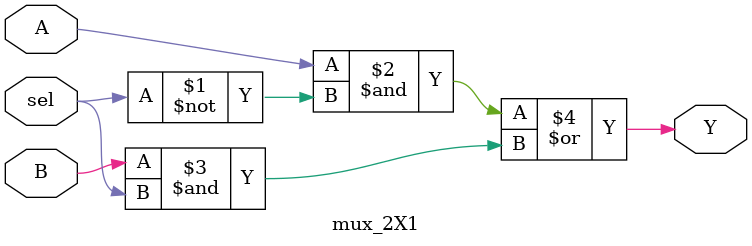
<source format=sv>
module mux_2X1(
	 input  logic A, B,
	 input  logic sel,
	 output logic Y
);
assign Y = (A & ~sel) | (B & sel);
endmodule



</source>
